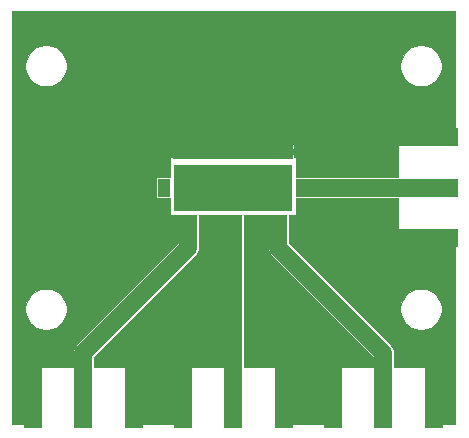
<source format=gbr>
G04 #@! TF.GenerationSoftware,KiCad,Pcbnew,(5.1.12)-1*
G04 #@! TF.CreationDate,2021-12-16T09:04:57-06:00*
G04 #@! TF.ProjectId,UTCPW_MountingBoard,55544350-575f-44d6-9f75-6e74696e6742,rev?*
G04 #@! TF.SameCoordinates,Original*
G04 #@! TF.FileFunction,Copper,L1,Top*
G04 #@! TF.FilePolarity,Positive*
%FSLAX46Y46*%
G04 Gerber Fmt 4.6, Leading zero omitted, Abs format (unit mm)*
G04 Created by KiCad (PCBNEW (5.1.12)-1) date 2021-12-16 09:04:57*
%MOMM*%
%LPD*%
G01*
G04 APERTURE LIST*
G04 #@! TA.AperFunction,SMDPad,CuDef*
%ADD10R,10.160000X1.200000*%
G04 #@! TD*
G04 #@! TA.AperFunction,SMDPad,CuDef*
%ADD11R,1.100000X1.500000*%
G04 #@! TD*
G04 #@! TA.AperFunction,SMDPad,CuDef*
%ADD12R,1.500000X1.100000*%
G04 #@! TD*
G04 #@! TA.AperFunction,SMDPad,CuDef*
%ADD13R,10.000000X4.000000*%
G04 #@! TD*
G04 #@! TA.AperFunction,SMDPad,CuDef*
%ADD14R,5.080000X1.500000*%
G04 #@! TD*
G04 #@! TA.AperFunction,SMDPad,CuDef*
%ADD15R,1.500000X5.080000*%
G04 #@! TD*
G04 #@! TA.AperFunction,Conductor*
%ADD16C,1.500000*%
G04 #@! TD*
G04 #@! TA.AperFunction,Conductor*
%ADD17C,0.050800*%
G04 #@! TD*
G04 #@! TA.AperFunction,Conductor*
%ADD18C,0.100000*%
G04 #@! TD*
G04 APERTURE END LIST*
D10*
G04 #@! TO.P,U1,6*
G04 #@! TO.N,/GND*
X127000000Y-98552000D03*
D11*
G04 #@! TO.P,U1,5*
G04 #@! TO.N,/Dev5*
X132842000Y-101600000D03*
G04 #@! TO.P,U1,1*
G04 #@! TO.N,/Dev1*
X121158000Y-101600000D03*
D12*
G04 #@! TO.P,U1,4*
G04 #@! TO.N,/Dev4*
X130810000Y-104444800D03*
G04 #@! TO.P,U1,3*
G04 #@! TO.N,/Dev3*
X127000000Y-104444800D03*
G04 #@! TO.P,U1,2*
G04 #@! TO.N,/Dev2*
X123190000Y-104444800D03*
D13*
G04 #@! TO.P,U1,*
G04 #@! TO.N,*
X127000000Y-101600000D03*
G04 #@! TD*
D14*
G04 #@! TO.P,REF\u002A\u002A,2*
G04 #@! TO.N,/GND*
X143510000Y-105850000D03*
X143510000Y-97350000D03*
G04 #@! TO.P,REF\u002A\u002A,1*
G04 #@! TO.N,/Dev5*
X143510000Y-101600000D03*
G04 #@! TD*
D15*
G04 #@! TO.P,REF\u002A\u002A,2*
G04 #@! TO.N,/GND*
X135450000Y-119380000D03*
X143950000Y-119380000D03*
G04 #@! TO.P,REF\u002A\u002A,1*
G04 #@! TO.N,/Dev4*
X139700000Y-119380000D03*
G04 #@! TD*
G04 #@! TO.P,REF\u002A\u002A,2*
G04 #@! TO.N,/GND*
X122750000Y-119380000D03*
X131250000Y-119380000D03*
G04 #@! TO.P,REF\u002A\u002A,1*
G04 #@! TO.N,/Dev3*
X127000000Y-119380000D03*
G04 #@! TD*
G04 #@! TO.P,REF\u002A\u002A,1*
G04 #@! TO.N,/Dev2*
X114300000Y-119380000D03*
G04 #@! TO.P,REF\u002A\u002A,2*
G04 #@! TO.N,/GND*
X118550000Y-119380000D03*
X110050000Y-119380000D03*
G04 #@! TD*
D16*
G04 #@! TO.N,/Dev2*
X123190000Y-104902000D02*
X123190000Y-106680000D01*
X123190000Y-106680000D02*
X114300000Y-115570000D01*
X114300000Y-115570000D02*
X114300000Y-119380000D01*
G04 #@! TO.N,/Dev3*
X127000000Y-104902000D02*
X127000000Y-119736000D01*
G04 #@! TO.N,/Dev4*
X130810000Y-104902000D02*
X130810000Y-106680000D01*
X130810000Y-106680000D02*
X139700000Y-115570000D01*
X139700000Y-115570000D02*
X139700000Y-119380000D01*
G04 #@! TO.N,/Dev5*
X143914000Y-101600000D02*
X133350000Y-101600000D01*
G04 #@! TD*
D17*
G04 #@! TO.N,/GND*
X145770600Y-96574492D02*
X143744950Y-96574600D01*
X143738600Y-96580950D01*
X143738600Y-97121400D01*
X143758600Y-97121400D01*
X143758600Y-97578600D01*
X143738600Y-97578600D01*
X143738600Y-97598600D01*
X143281400Y-97598600D01*
X143281400Y-97578600D01*
X140950950Y-97578600D01*
X140944600Y-97584950D01*
X140944477Y-98100000D01*
X140944600Y-98101250D01*
X140944600Y-100697600D01*
X133399484Y-100697600D01*
X133392000Y-100696863D01*
X132321300Y-100696863D01*
X132321300Y-99060000D01*
X132320812Y-99055045D01*
X132319367Y-99050280D01*
X132317019Y-99045889D01*
X132313861Y-99042039D01*
X132310011Y-99038881D01*
X132305620Y-99036533D01*
X132300855Y-99035088D01*
X132295900Y-99034600D01*
X132105483Y-99034600D01*
X132105400Y-98786950D01*
X132099050Y-98780600D01*
X127228600Y-98780600D01*
X127228600Y-98800600D01*
X126771400Y-98800600D01*
X126771400Y-98780600D01*
X121900950Y-98780600D01*
X121894600Y-98786950D01*
X121894517Y-99034600D01*
X121691400Y-99034600D01*
X121686445Y-99035088D01*
X121681680Y-99036533D01*
X121677289Y-99038881D01*
X121673439Y-99042039D01*
X121670281Y-99045889D01*
X121667933Y-99050280D01*
X121666488Y-99055045D01*
X121666000Y-99060000D01*
X121666000Y-100696863D01*
X120608000Y-100696863D01*
X120578124Y-100699805D01*
X120549397Y-100708520D01*
X120522922Y-100722671D01*
X120499716Y-100741716D01*
X120480671Y-100764922D01*
X120466520Y-100791397D01*
X120457805Y-100820124D01*
X120454863Y-100850000D01*
X120454863Y-102350000D01*
X120457805Y-102379876D01*
X120466520Y-102408603D01*
X120480671Y-102435078D01*
X120499716Y-102458284D01*
X120522922Y-102477329D01*
X120549397Y-102491480D01*
X120578124Y-102500195D01*
X120608000Y-102503137D01*
X121666000Y-102503137D01*
X121666000Y-103898700D01*
X121666488Y-103903655D01*
X121667933Y-103908420D01*
X121670281Y-103912811D01*
X121673439Y-103916661D01*
X121677289Y-103919819D01*
X121681680Y-103922167D01*
X121686445Y-103923612D01*
X121691400Y-103924100D01*
X122286863Y-103924100D01*
X122286863Y-104994800D01*
X122287600Y-105002285D01*
X122287601Y-106306213D01*
X113693256Y-114900559D01*
X113658820Y-114928820D01*
X113630563Y-114963252D01*
X113630562Y-114963253D01*
X113546052Y-115066228D01*
X113501263Y-115150023D01*
X113462257Y-115222997D01*
X113410657Y-115393100D01*
X113397600Y-115525672D01*
X113397600Y-115525681D01*
X113393235Y-115570000D01*
X113397600Y-115614319D01*
X113397600Y-116814600D01*
X110801250Y-116814600D01*
X110800000Y-116814477D01*
X110284950Y-116814600D01*
X110278600Y-116820950D01*
X110278600Y-119151400D01*
X110298600Y-119151400D01*
X110298600Y-119608600D01*
X110278600Y-119608600D01*
X110278600Y-119628600D01*
X109821400Y-119628600D01*
X109821400Y-119608600D01*
X109280950Y-119608600D01*
X109274600Y-119614950D01*
X109274492Y-121640600D01*
X108229400Y-121640600D01*
X108229400Y-116840000D01*
X109274477Y-116840000D01*
X109274600Y-119145050D01*
X109280950Y-119151400D01*
X109821400Y-119151400D01*
X109821400Y-116820950D01*
X109815050Y-116814600D01*
X109300000Y-116814477D01*
X109295021Y-116814967D01*
X109290233Y-116816420D01*
X109285820Y-116818778D01*
X109281953Y-116821953D01*
X109278778Y-116825820D01*
X109276420Y-116830233D01*
X109274967Y-116835021D01*
X109274477Y-116840000D01*
X108229400Y-116840000D01*
X108229400Y-111739804D01*
X109372600Y-111739804D01*
X109372600Y-112084996D01*
X109439944Y-112423556D01*
X109572043Y-112742473D01*
X109763822Y-113029490D01*
X110007910Y-113273578D01*
X110294927Y-113465357D01*
X110613844Y-113597456D01*
X110952404Y-113664800D01*
X111297596Y-113664800D01*
X111636156Y-113597456D01*
X111955073Y-113465357D01*
X112242090Y-113273578D01*
X112486178Y-113029490D01*
X112677957Y-112742473D01*
X112810056Y-112423556D01*
X112877400Y-112084996D01*
X112877400Y-111739804D01*
X112810056Y-111401244D01*
X112677957Y-111082327D01*
X112486178Y-110795310D01*
X112242090Y-110551222D01*
X111955073Y-110359443D01*
X111636156Y-110227344D01*
X111297596Y-110160000D01*
X110952404Y-110160000D01*
X110613844Y-110227344D01*
X110294927Y-110359443D01*
X110007910Y-110551222D01*
X109763822Y-110795310D01*
X109572043Y-111082327D01*
X109439944Y-111401244D01*
X109372600Y-111739804D01*
X108229400Y-111739804D01*
X108229400Y-97952000D01*
X121894477Y-97952000D01*
X121894600Y-98317050D01*
X121900950Y-98323400D01*
X126771400Y-98323400D01*
X126771400Y-97932950D01*
X127228600Y-97932950D01*
X127228600Y-98323400D01*
X132099050Y-98323400D01*
X132105400Y-98317050D01*
X132105523Y-97952000D01*
X132105033Y-97947021D01*
X132103580Y-97942233D01*
X132101222Y-97937820D01*
X132098047Y-97933953D01*
X132094180Y-97930778D01*
X132089767Y-97928420D01*
X132084979Y-97926967D01*
X132080000Y-97926477D01*
X127234950Y-97926600D01*
X127228600Y-97932950D01*
X126771400Y-97932950D01*
X126765050Y-97926600D01*
X121920000Y-97926477D01*
X121915021Y-97926967D01*
X121910233Y-97928420D01*
X121905820Y-97930778D01*
X121901953Y-97933953D01*
X121898778Y-97937820D01*
X121896420Y-97942233D01*
X121894967Y-97947021D01*
X121894477Y-97952000D01*
X108229400Y-97952000D01*
X108229400Y-96600000D01*
X140944477Y-96600000D01*
X140944600Y-97115050D01*
X140950950Y-97121400D01*
X143281400Y-97121400D01*
X143281400Y-96580950D01*
X143275050Y-96574600D01*
X140970000Y-96574477D01*
X140965021Y-96574967D01*
X140960233Y-96576420D01*
X140955820Y-96578778D01*
X140951953Y-96581953D01*
X140948778Y-96585820D01*
X140946420Y-96590233D01*
X140944967Y-96595021D01*
X140944477Y-96600000D01*
X108229400Y-96600000D01*
X108229400Y-91115004D01*
X109372600Y-91115004D01*
X109372600Y-91460196D01*
X109439944Y-91798756D01*
X109572043Y-92117673D01*
X109763822Y-92404690D01*
X110007910Y-92648778D01*
X110294927Y-92840557D01*
X110613844Y-92972656D01*
X110952404Y-93040000D01*
X111297596Y-93040000D01*
X111636156Y-92972656D01*
X111955073Y-92840557D01*
X112242090Y-92648778D01*
X112486178Y-92404690D01*
X112677957Y-92117673D01*
X112810056Y-91798756D01*
X112877400Y-91460196D01*
X112877400Y-91115004D01*
X141122600Y-91115004D01*
X141122600Y-91460196D01*
X141189944Y-91798756D01*
X141322043Y-92117673D01*
X141513822Y-92404690D01*
X141757910Y-92648778D01*
X142044927Y-92840557D01*
X142363844Y-92972656D01*
X142702404Y-93040000D01*
X143047596Y-93040000D01*
X143386156Y-92972656D01*
X143705073Y-92840557D01*
X143992090Y-92648778D01*
X144236178Y-92404690D01*
X144427957Y-92117673D01*
X144560056Y-91798756D01*
X144627400Y-91460196D01*
X144627400Y-91115004D01*
X144560056Y-90776444D01*
X144427957Y-90457527D01*
X144236178Y-90170510D01*
X143992090Y-89926422D01*
X143705073Y-89734643D01*
X143386156Y-89602544D01*
X143047596Y-89535200D01*
X142702404Y-89535200D01*
X142363844Y-89602544D01*
X142044927Y-89734643D01*
X141757910Y-89926422D01*
X141513822Y-90170510D01*
X141322043Y-90457527D01*
X141189944Y-90776444D01*
X141122600Y-91115004D01*
X112877400Y-91115004D01*
X112810056Y-90776444D01*
X112677957Y-90457527D01*
X112486178Y-90170510D01*
X112242090Y-89926422D01*
X111955073Y-89734643D01*
X111636156Y-89602544D01*
X111297596Y-89535200D01*
X110952404Y-89535200D01*
X110613844Y-89602544D01*
X110294927Y-89734643D01*
X110007910Y-89926422D01*
X109763822Y-90170510D01*
X109572043Y-90457527D01*
X109439944Y-90776444D01*
X109372600Y-91115004D01*
X108229400Y-91115004D01*
X108229400Y-86639400D01*
X145770600Y-86639400D01*
X145770600Y-96574492D01*
G04 #@! TA.AperFunction,Conductor*
D18*
G36*
X145770600Y-96574492D02*
G01*
X143744950Y-96574600D01*
X143738600Y-96580950D01*
X143738600Y-97121400D01*
X143758600Y-97121400D01*
X143758600Y-97578600D01*
X143738600Y-97578600D01*
X143738600Y-97598600D01*
X143281400Y-97598600D01*
X143281400Y-97578600D01*
X140950950Y-97578600D01*
X140944600Y-97584950D01*
X140944477Y-98100000D01*
X140944600Y-98101250D01*
X140944600Y-100697600D01*
X133399484Y-100697600D01*
X133392000Y-100696863D01*
X132321300Y-100696863D01*
X132321300Y-99060000D01*
X132320812Y-99055045D01*
X132319367Y-99050280D01*
X132317019Y-99045889D01*
X132313861Y-99042039D01*
X132310011Y-99038881D01*
X132305620Y-99036533D01*
X132300855Y-99035088D01*
X132295900Y-99034600D01*
X132105483Y-99034600D01*
X132105400Y-98786950D01*
X132099050Y-98780600D01*
X127228600Y-98780600D01*
X127228600Y-98800600D01*
X126771400Y-98800600D01*
X126771400Y-98780600D01*
X121900950Y-98780600D01*
X121894600Y-98786950D01*
X121894517Y-99034600D01*
X121691400Y-99034600D01*
X121686445Y-99035088D01*
X121681680Y-99036533D01*
X121677289Y-99038881D01*
X121673439Y-99042039D01*
X121670281Y-99045889D01*
X121667933Y-99050280D01*
X121666488Y-99055045D01*
X121666000Y-99060000D01*
X121666000Y-100696863D01*
X120608000Y-100696863D01*
X120578124Y-100699805D01*
X120549397Y-100708520D01*
X120522922Y-100722671D01*
X120499716Y-100741716D01*
X120480671Y-100764922D01*
X120466520Y-100791397D01*
X120457805Y-100820124D01*
X120454863Y-100850000D01*
X120454863Y-102350000D01*
X120457805Y-102379876D01*
X120466520Y-102408603D01*
X120480671Y-102435078D01*
X120499716Y-102458284D01*
X120522922Y-102477329D01*
X120549397Y-102491480D01*
X120578124Y-102500195D01*
X120608000Y-102503137D01*
X121666000Y-102503137D01*
X121666000Y-103898700D01*
X121666488Y-103903655D01*
X121667933Y-103908420D01*
X121670281Y-103912811D01*
X121673439Y-103916661D01*
X121677289Y-103919819D01*
X121681680Y-103922167D01*
X121686445Y-103923612D01*
X121691400Y-103924100D01*
X122286863Y-103924100D01*
X122286863Y-104994800D01*
X122287600Y-105002285D01*
X122287601Y-106306213D01*
X113693256Y-114900559D01*
X113658820Y-114928820D01*
X113630563Y-114963252D01*
X113630562Y-114963253D01*
X113546052Y-115066228D01*
X113501263Y-115150023D01*
X113462257Y-115222997D01*
X113410657Y-115393100D01*
X113397600Y-115525672D01*
X113397600Y-115525681D01*
X113393235Y-115570000D01*
X113397600Y-115614319D01*
X113397600Y-116814600D01*
X110801250Y-116814600D01*
X110800000Y-116814477D01*
X110284950Y-116814600D01*
X110278600Y-116820950D01*
X110278600Y-119151400D01*
X110298600Y-119151400D01*
X110298600Y-119608600D01*
X110278600Y-119608600D01*
X110278600Y-119628600D01*
X109821400Y-119628600D01*
X109821400Y-119608600D01*
X109280950Y-119608600D01*
X109274600Y-119614950D01*
X109274492Y-121640600D01*
X108229400Y-121640600D01*
X108229400Y-116840000D01*
X109274477Y-116840000D01*
X109274600Y-119145050D01*
X109280950Y-119151400D01*
X109821400Y-119151400D01*
X109821400Y-116820950D01*
X109815050Y-116814600D01*
X109300000Y-116814477D01*
X109295021Y-116814967D01*
X109290233Y-116816420D01*
X109285820Y-116818778D01*
X109281953Y-116821953D01*
X109278778Y-116825820D01*
X109276420Y-116830233D01*
X109274967Y-116835021D01*
X109274477Y-116840000D01*
X108229400Y-116840000D01*
X108229400Y-111739804D01*
X109372600Y-111739804D01*
X109372600Y-112084996D01*
X109439944Y-112423556D01*
X109572043Y-112742473D01*
X109763822Y-113029490D01*
X110007910Y-113273578D01*
X110294927Y-113465357D01*
X110613844Y-113597456D01*
X110952404Y-113664800D01*
X111297596Y-113664800D01*
X111636156Y-113597456D01*
X111955073Y-113465357D01*
X112242090Y-113273578D01*
X112486178Y-113029490D01*
X112677957Y-112742473D01*
X112810056Y-112423556D01*
X112877400Y-112084996D01*
X112877400Y-111739804D01*
X112810056Y-111401244D01*
X112677957Y-111082327D01*
X112486178Y-110795310D01*
X112242090Y-110551222D01*
X111955073Y-110359443D01*
X111636156Y-110227344D01*
X111297596Y-110160000D01*
X110952404Y-110160000D01*
X110613844Y-110227344D01*
X110294927Y-110359443D01*
X110007910Y-110551222D01*
X109763822Y-110795310D01*
X109572043Y-111082327D01*
X109439944Y-111401244D01*
X109372600Y-111739804D01*
X108229400Y-111739804D01*
X108229400Y-97952000D01*
X121894477Y-97952000D01*
X121894600Y-98317050D01*
X121900950Y-98323400D01*
X126771400Y-98323400D01*
X126771400Y-97932950D01*
X127228600Y-97932950D01*
X127228600Y-98323400D01*
X132099050Y-98323400D01*
X132105400Y-98317050D01*
X132105523Y-97952000D01*
X132105033Y-97947021D01*
X132103580Y-97942233D01*
X132101222Y-97937820D01*
X132098047Y-97933953D01*
X132094180Y-97930778D01*
X132089767Y-97928420D01*
X132084979Y-97926967D01*
X132080000Y-97926477D01*
X127234950Y-97926600D01*
X127228600Y-97932950D01*
X126771400Y-97932950D01*
X126765050Y-97926600D01*
X121920000Y-97926477D01*
X121915021Y-97926967D01*
X121910233Y-97928420D01*
X121905820Y-97930778D01*
X121901953Y-97933953D01*
X121898778Y-97937820D01*
X121896420Y-97942233D01*
X121894967Y-97947021D01*
X121894477Y-97952000D01*
X108229400Y-97952000D01*
X108229400Y-96600000D01*
X140944477Y-96600000D01*
X140944600Y-97115050D01*
X140950950Y-97121400D01*
X143281400Y-97121400D01*
X143281400Y-96580950D01*
X143275050Y-96574600D01*
X140970000Y-96574477D01*
X140965021Y-96574967D01*
X140960233Y-96576420D01*
X140955820Y-96578778D01*
X140951953Y-96581953D01*
X140948778Y-96585820D01*
X140946420Y-96590233D01*
X140944967Y-96595021D01*
X140944477Y-96600000D01*
X108229400Y-96600000D01*
X108229400Y-91115004D01*
X109372600Y-91115004D01*
X109372600Y-91460196D01*
X109439944Y-91798756D01*
X109572043Y-92117673D01*
X109763822Y-92404690D01*
X110007910Y-92648778D01*
X110294927Y-92840557D01*
X110613844Y-92972656D01*
X110952404Y-93040000D01*
X111297596Y-93040000D01*
X111636156Y-92972656D01*
X111955073Y-92840557D01*
X112242090Y-92648778D01*
X112486178Y-92404690D01*
X112677957Y-92117673D01*
X112810056Y-91798756D01*
X112877400Y-91460196D01*
X112877400Y-91115004D01*
X141122600Y-91115004D01*
X141122600Y-91460196D01*
X141189944Y-91798756D01*
X141322043Y-92117673D01*
X141513822Y-92404690D01*
X141757910Y-92648778D01*
X142044927Y-92840557D01*
X142363844Y-92972656D01*
X142702404Y-93040000D01*
X143047596Y-93040000D01*
X143386156Y-92972656D01*
X143705073Y-92840557D01*
X143992090Y-92648778D01*
X144236178Y-92404690D01*
X144427957Y-92117673D01*
X144560056Y-91798756D01*
X144627400Y-91460196D01*
X144627400Y-91115004D01*
X144560056Y-90776444D01*
X144427957Y-90457527D01*
X144236178Y-90170510D01*
X143992090Y-89926422D01*
X143705073Y-89734643D01*
X143386156Y-89602544D01*
X143047596Y-89535200D01*
X142702404Y-89535200D01*
X142363844Y-89602544D01*
X142044927Y-89734643D01*
X141757910Y-89926422D01*
X141513822Y-90170510D01*
X141322043Y-90457527D01*
X141189944Y-90776444D01*
X141122600Y-91115004D01*
X112877400Y-91115004D01*
X112810056Y-90776444D01*
X112677957Y-90457527D01*
X112486178Y-90170510D01*
X112242090Y-89926422D01*
X111955073Y-89734643D01*
X111636156Y-89602544D01*
X111297596Y-89535200D01*
X110952404Y-89535200D01*
X110613844Y-89602544D01*
X110294927Y-89734643D01*
X110007910Y-89926422D01*
X109763822Y-90170510D01*
X109572043Y-90457527D01*
X109439944Y-90776444D01*
X109372600Y-91115004D01*
X108229400Y-91115004D01*
X108229400Y-86639400D01*
X145770600Y-86639400D01*
X145770600Y-96574492D01*
G37*
G04 #@! TD.AperFunction*
G04 #@! TD*
D17*
G04 #@! TO.N,/GND*
X140944600Y-105098750D02*
X140944477Y-105100000D01*
X140944600Y-105615050D01*
X140950950Y-105621400D01*
X143281400Y-105621400D01*
X143281400Y-105601400D01*
X143738600Y-105601400D01*
X143738600Y-105621400D01*
X143758600Y-105621400D01*
X143758600Y-106078600D01*
X143738600Y-106078600D01*
X143738600Y-106619050D01*
X143744950Y-106625400D01*
X145770600Y-106625508D01*
X145770600Y-121640600D01*
X144725508Y-121640600D01*
X144725400Y-119614950D01*
X144719050Y-119608600D01*
X144178600Y-119608600D01*
X144178600Y-119628600D01*
X143721400Y-119628600D01*
X143721400Y-119608600D01*
X143701400Y-119608600D01*
X143701400Y-119151400D01*
X143721400Y-119151400D01*
X143721400Y-116820950D01*
X144178600Y-116820950D01*
X144178600Y-119151400D01*
X144719050Y-119151400D01*
X144725400Y-119145050D01*
X144725523Y-116840000D01*
X144725033Y-116835021D01*
X144723580Y-116830233D01*
X144721222Y-116825820D01*
X144718047Y-116821953D01*
X144714180Y-116818778D01*
X144709767Y-116816420D01*
X144704979Y-116814967D01*
X144700000Y-116814477D01*
X144184950Y-116814600D01*
X144178600Y-116820950D01*
X143721400Y-116820950D01*
X143715050Y-116814600D01*
X143200000Y-116814477D01*
X143198750Y-116814600D01*
X140602400Y-116814600D01*
X140602400Y-115614319D01*
X140606765Y-115570000D01*
X140602400Y-115525681D01*
X140602400Y-115525671D01*
X140589343Y-115393099D01*
X140537743Y-115222996D01*
X140453949Y-115066229D01*
X140453948Y-115066227D01*
X140369438Y-114963252D01*
X140369436Y-114963250D01*
X140341180Y-114928820D01*
X140306751Y-114900565D01*
X137145990Y-111739804D01*
X141122600Y-111739804D01*
X141122600Y-112084996D01*
X141189944Y-112423556D01*
X141322043Y-112742473D01*
X141513822Y-113029490D01*
X141757910Y-113273578D01*
X142044927Y-113465357D01*
X142363844Y-113597456D01*
X142702404Y-113664800D01*
X143047596Y-113664800D01*
X143386156Y-113597456D01*
X143705073Y-113465357D01*
X143992090Y-113273578D01*
X144236178Y-113029490D01*
X144427957Y-112742473D01*
X144560056Y-112423556D01*
X144627400Y-112084996D01*
X144627400Y-111739804D01*
X144560056Y-111401244D01*
X144427957Y-111082327D01*
X144236178Y-110795310D01*
X143992090Y-110551222D01*
X143705073Y-110359443D01*
X143386156Y-110227344D01*
X143047596Y-110160000D01*
X142702404Y-110160000D01*
X142363844Y-110227344D01*
X142044927Y-110359443D01*
X141757910Y-110551222D01*
X141513822Y-110795310D01*
X141322043Y-111082327D01*
X141189944Y-111401244D01*
X141122600Y-111739804D01*
X137145990Y-111739804D01*
X132006186Y-106600000D01*
X140944477Y-106600000D01*
X140944967Y-106604979D01*
X140946420Y-106609767D01*
X140948778Y-106614180D01*
X140951953Y-106618047D01*
X140955820Y-106621222D01*
X140960233Y-106623580D01*
X140965021Y-106625033D01*
X140970000Y-106625523D01*
X143275050Y-106625400D01*
X143281400Y-106619050D01*
X143281400Y-106078600D01*
X140950950Y-106078600D01*
X140944600Y-106084950D01*
X140944477Y-106600000D01*
X132006186Y-106600000D01*
X131712400Y-106306215D01*
X131712400Y-105002284D01*
X131713137Y-104994800D01*
X131713137Y-103924100D01*
X132295900Y-103924100D01*
X132300855Y-103923612D01*
X132305620Y-103922167D01*
X132310011Y-103919819D01*
X132313861Y-103916661D01*
X132317019Y-103912811D01*
X132319367Y-103908420D01*
X132320812Y-103903655D01*
X132321300Y-103898700D01*
X132321300Y-102503137D01*
X133392000Y-102503137D01*
X133399484Y-102502400D01*
X140944600Y-102502400D01*
X140944600Y-105098750D01*
G04 #@! TA.AperFunction,Conductor*
D18*
G36*
X140944600Y-105098750D02*
G01*
X140944477Y-105100000D01*
X140944600Y-105615050D01*
X140950950Y-105621400D01*
X143281400Y-105621400D01*
X143281400Y-105601400D01*
X143738600Y-105601400D01*
X143738600Y-105621400D01*
X143758600Y-105621400D01*
X143758600Y-106078600D01*
X143738600Y-106078600D01*
X143738600Y-106619050D01*
X143744950Y-106625400D01*
X145770600Y-106625508D01*
X145770600Y-121640600D01*
X144725508Y-121640600D01*
X144725400Y-119614950D01*
X144719050Y-119608600D01*
X144178600Y-119608600D01*
X144178600Y-119628600D01*
X143721400Y-119628600D01*
X143721400Y-119608600D01*
X143701400Y-119608600D01*
X143701400Y-119151400D01*
X143721400Y-119151400D01*
X143721400Y-116820950D01*
X144178600Y-116820950D01*
X144178600Y-119151400D01*
X144719050Y-119151400D01*
X144725400Y-119145050D01*
X144725523Y-116840000D01*
X144725033Y-116835021D01*
X144723580Y-116830233D01*
X144721222Y-116825820D01*
X144718047Y-116821953D01*
X144714180Y-116818778D01*
X144709767Y-116816420D01*
X144704979Y-116814967D01*
X144700000Y-116814477D01*
X144184950Y-116814600D01*
X144178600Y-116820950D01*
X143721400Y-116820950D01*
X143715050Y-116814600D01*
X143200000Y-116814477D01*
X143198750Y-116814600D01*
X140602400Y-116814600D01*
X140602400Y-115614319D01*
X140606765Y-115570000D01*
X140602400Y-115525681D01*
X140602400Y-115525671D01*
X140589343Y-115393099D01*
X140537743Y-115222996D01*
X140453949Y-115066229D01*
X140453948Y-115066227D01*
X140369438Y-114963252D01*
X140369436Y-114963250D01*
X140341180Y-114928820D01*
X140306751Y-114900565D01*
X137145990Y-111739804D01*
X141122600Y-111739804D01*
X141122600Y-112084996D01*
X141189944Y-112423556D01*
X141322043Y-112742473D01*
X141513822Y-113029490D01*
X141757910Y-113273578D01*
X142044927Y-113465357D01*
X142363844Y-113597456D01*
X142702404Y-113664800D01*
X143047596Y-113664800D01*
X143386156Y-113597456D01*
X143705073Y-113465357D01*
X143992090Y-113273578D01*
X144236178Y-113029490D01*
X144427957Y-112742473D01*
X144560056Y-112423556D01*
X144627400Y-112084996D01*
X144627400Y-111739804D01*
X144560056Y-111401244D01*
X144427957Y-111082327D01*
X144236178Y-110795310D01*
X143992090Y-110551222D01*
X143705073Y-110359443D01*
X143386156Y-110227344D01*
X143047596Y-110160000D01*
X142702404Y-110160000D01*
X142363844Y-110227344D01*
X142044927Y-110359443D01*
X141757910Y-110551222D01*
X141513822Y-110795310D01*
X141322043Y-111082327D01*
X141189944Y-111401244D01*
X141122600Y-111739804D01*
X137145990Y-111739804D01*
X132006186Y-106600000D01*
X140944477Y-106600000D01*
X140944967Y-106604979D01*
X140946420Y-106609767D01*
X140948778Y-106614180D01*
X140951953Y-106618047D01*
X140955820Y-106621222D01*
X140960233Y-106623580D01*
X140965021Y-106625033D01*
X140970000Y-106625523D01*
X143275050Y-106625400D01*
X143281400Y-106619050D01*
X143281400Y-106078600D01*
X140950950Y-106078600D01*
X140944600Y-106084950D01*
X140944477Y-106600000D01*
X132006186Y-106600000D01*
X131712400Y-106306215D01*
X131712400Y-105002284D01*
X131713137Y-104994800D01*
X131713137Y-103924100D01*
X132295900Y-103924100D01*
X132300855Y-103923612D01*
X132305620Y-103922167D01*
X132310011Y-103919819D01*
X132313861Y-103916661D01*
X132317019Y-103912811D01*
X132319367Y-103908420D01*
X132320812Y-103903655D01*
X132321300Y-103898700D01*
X132321300Y-102503137D01*
X133392000Y-102503137D01*
X133399484Y-102502400D01*
X140944600Y-102502400D01*
X140944600Y-105098750D01*
G37*
G04 #@! TD.AperFunction*
G04 #@! TD*
D17*
G04 #@! TO.N,/GND*
X129906863Y-104994800D02*
X129907600Y-105002285D01*
X129907601Y-106635671D01*
X129903235Y-106680000D01*
X129920658Y-106856901D01*
X129972258Y-107027004D01*
X130056052Y-107183772D01*
X130140562Y-107286747D01*
X130140563Y-107286748D01*
X130168821Y-107321180D01*
X130203251Y-107349436D01*
X138797600Y-115943786D01*
X138797600Y-116814600D01*
X136201250Y-116814600D01*
X136200000Y-116814477D01*
X135684950Y-116814600D01*
X135678600Y-116820950D01*
X135678600Y-119151400D01*
X135698600Y-119151400D01*
X135698600Y-119608600D01*
X135678600Y-119608600D01*
X135678600Y-119628600D01*
X135221400Y-119628600D01*
X135221400Y-119608600D01*
X134680950Y-119608600D01*
X134674600Y-119614950D01*
X134674492Y-121640600D01*
X132025508Y-121640600D01*
X132025400Y-119614950D01*
X132019050Y-119608600D01*
X131478600Y-119608600D01*
X131478600Y-119628600D01*
X131021400Y-119628600D01*
X131021400Y-119608600D01*
X131001400Y-119608600D01*
X131001400Y-119151400D01*
X131021400Y-119151400D01*
X131021400Y-116820950D01*
X131478600Y-116820950D01*
X131478600Y-119151400D01*
X132019050Y-119151400D01*
X132025400Y-119145050D01*
X132025523Y-116840000D01*
X134674477Y-116840000D01*
X134674600Y-119145050D01*
X134680950Y-119151400D01*
X135221400Y-119151400D01*
X135221400Y-116820950D01*
X135215050Y-116814600D01*
X134700000Y-116814477D01*
X134695021Y-116814967D01*
X134690233Y-116816420D01*
X134685820Y-116818778D01*
X134681953Y-116821953D01*
X134678778Y-116825820D01*
X134676420Y-116830233D01*
X134674967Y-116835021D01*
X134674477Y-116840000D01*
X132025523Y-116840000D01*
X132025033Y-116835021D01*
X132023580Y-116830233D01*
X132021222Y-116825820D01*
X132018047Y-116821953D01*
X132014180Y-116818778D01*
X132009767Y-116816420D01*
X132004979Y-116814967D01*
X132000000Y-116814477D01*
X131484950Y-116814600D01*
X131478600Y-116820950D01*
X131021400Y-116820950D01*
X131015050Y-116814600D01*
X130500000Y-116814477D01*
X130498750Y-116814600D01*
X127902400Y-116814600D01*
X127902400Y-105002284D01*
X127903137Y-104994800D01*
X127903137Y-103924100D01*
X129906863Y-103924100D01*
X129906863Y-104994800D01*
G04 #@! TA.AperFunction,Conductor*
D18*
G36*
X129906863Y-104994800D02*
G01*
X129907600Y-105002285D01*
X129907601Y-106635671D01*
X129903235Y-106680000D01*
X129920658Y-106856901D01*
X129972258Y-107027004D01*
X130056052Y-107183772D01*
X130140562Y-107286747D01*
X130140563Y-107286748D01*
X130168821Y-107321180D01*
X130203251Y-107349436D01*
X138797600Y-115943786D01*
X138797600Y-116814600D01*
X136201250Y-116814600D01*
X136200000Y-116814477D01*
X135684950Y-116814600D01*
X135678600Y-116820950D01*
X135678600Y-119151400D01*
X135698600Y-119151400D01*
X135698600Y-119608600D01*
X135678600Y-119608600D01*
X135678600Y-119628600D01*
X135221400Y-119628600D01*
X135221400Y-119608600D01*
X134680950Y-119608600D01*
X134674600Y-119614950D01*
X134674492Y-121640600D01*
X132025508Y-121640600D01*
X132025400Y-119614950D01*
X132019050Y-119608600D01*
X131478600Y-119608600D01*
X131478600Y-119628600D01*
X131021400Y-119628600D01*
X131021400Y-119608600D01*
X131001400Y-119608600D01*
X131001400Y-119151400D01*
X131021400Y-119151400D01*
X131021400Y-116820950D01*
X131478600Y-116820950D01*
X131478600Y-119151400D01*
X132019050Y-119151400D01*
X132025400Y-119145050D01*
X132025523Y-116840000D01*
X134674477Y-116840000D01*
X134674600Y-119145050D01*
X134680950Y-119151400D01*
X135221400Y-119151400D01*
X135221400Y-116820950D01*
X135215050Y-116814600D01*
X134700000Y-116814477D01*
X134695021Y-116814967D01*
X134690233Y-116816420D01*
X134685820Y-116818778D01*
X134681953Y-116821953D01*
X134678778Y-116825820D01*
X134676420Y-116830233D01*
X134674967Y-116835021D01*
X134674477Y-116840000D01*
X132025523Y-116840000D01*
X132025033Y-116835021D01*
X132023580Y-116830233D01*
X132021222Y-116825820D01*
X132018047Y-116821953D01*
X132014180Y-116818778D01*
X132009767Y-116816420D01*
X132004979Y-116814967D01*
X132000000Y-116814477D01*
X131484950Y-116814600D01*
X131478600Y-116820950D01*
X131021400Y-116820950D01*
X131015050Y-116814600D01*
X130500000Y-116814477D01*
X130498750Y-116814600D01*
X127902400Y-116814600D01*
X127902400Y-105002284D01*
X127903137Y-104994800D01*
X127903137Y-103924100D01*
X129906863Y-103924100D01*
X129906863Y-104994800D01*
G37*
G04 #@! TD.AperFunction*
D17*
X126096863Y-104994800D02*
X126097600Y-105002284D01*
X126097601Y-116814600D01*
X123501250Y-116814600D01*
X123500000Y-116814477D01*
X122984950Y-116814600D01*
X122978600Y-116820950D01*
X122978600Y-119151400D01*
X122998600Y-119151400D01*
X122998600Y-119608600D01*
X122978600Y-119608600D01*
X122978600Y-119628600D01*
X122521400Y-119628600D01*
X122521400Y-119608600D01*
X121980950Y-119608600D01*
X121974600Y-119614950D01*
X121974492Y-121640600D01*
X119325508Y-121640600D01*
X119325400Y-119614950D01*
X119319050Y-119608600D01*
X118778600Y-119608600D01*
X118778600Y-119628600D01*
X118321400Y-119628600D01*
X118321400Y-119608600D01*
X118301400Y-119608600D01*
X118301400Y-119151400D01*
X118321400Y-119151400D01*
X118321400Y-116820950D01*
X118778600Y-116820950D01*
X118778600Y-119151400D01*
X119319050Y-119151400D01*
X119325400Y-119145050D01*
X119325523Y-116840000D01*
X121974477Y-116840000D01*
X121974600Y-119145050D01*
X121980950Y-119151400D01*
X122521400Y-119151400D01*
X122521400Y-116820950D01*
X122515050Y-116814600D01*
X122000000Y-116814477D01*
X121995021Y-116814967D01*
X121990233Y-116816420D01*
X121985820Y-116818778D01*
X121981953Y-116821953D01*
X121978778Y-116825820D01*
X121976420Y-116830233D01*
X121974967Y-116835021D01*
X121974477Y-116840000D01*
X119325523Y-116840000D01*
X119325033Y-116835021D01*
X119323580Y-116830233D01*
X119321222Y-116825820D01*
X119318047Y-116821953D01*
X119314180Y-116818778D01*
X119309767Y-116816420D01*
X119304979Y-116814967D01*
X119300000Y-116814477D01*
X118784950Y-116814600D01*
X118778600Y-116820950D01*
X118321400Y-116820950D01*
X118315050Y-116814600D01*
X117800000Y-116814477D01*
X117798750Y-116814600D01*
X115202400Y-116814600D01*
X115202400Y-115943785D01*
X123796750Y-107349436D01*
X123831180Y-107321180D01*
X123859438Y-107286748D01*
X123943948Y-107183773D01*
X124027742Y-107027005D01*
X124027743Y-107027004D01*
X124079343Y-106856901D01*
X124092400Y-106724329D01*
X124092400Y-106724319D01*
X124096765Y-106680000D01*
X124092400Y-106635681D01*
X124092400Y-105002284D01*
X124093137Y-104994800D01*
X124093137Y-103924100D01*
X126096863Y-103924100D01*
X126096863Y-104994800D01*
G04 #@! TA.AperFunction,Conductor*
D18*
G36*
X126096863Y-104994800D02*
G01*
X126097600Y-105002284D01*
X126097601Y-116814600D01*
X123501250Y-116814600D01*
X123500000Y-116814477D01*
X122984950Y-116814600D01*
X122978600Y-116820950D01*
X122978600Y-119151400D01*
X122998600Y-119151400D01*
X122998600Y-119608600D01*
X122978600Y-119608600D01*
X122978600Y-119628600D01*
X122521400Y-119628600D01*
X122521400Y-119608600D01*
X121980950Y-119608600D01*
X121974600Y-119614950D01*
X121974492Y-121640600D01*
X119325508Y-121640600D01*
X119325400Y-119614950D01*
X119319050Y-119608600D01*
X118778600Y-119608600D01*
X118778600Y-119628600D01*
X118321400Y-119628600D01*
X118321400Y-119608600D01*
X118301400Y-119608600D01*
X118301400Y-119151400D01*
X118321400Y-119151400D01*
X118321400Y-116820950D01*
X118778600Y-116820950D01*
X118778600Y-119151400D01*
X119319050Y-119151400D01*
X119325400Y-119145050D01*
X119325523Y-116840000D01*
X121974477Y-116840000D01*
X121974600Y-119145050D01*
X121980950Y-119151400D01*
X122521400Y-119151400D01*
X122521400Y-116820950D01*
X122515050Y-116814600D01*
X122000000Y-116814477D01*
X121995021Y-116814967D01*
X121990233Y-116816420D01*
X121985820Y-116818778D01*
X121981953Y-116821953D01*
X121978778Y-116825820D01*
X121976420Y-116830233D01*
X121974967Y-116835021D01*
X121974477Y-116840000D01*
X119325523Y-116840000D01*
X119325033Y-116835021D01*
X119323580Y-116830233D01*
X119321222Y-116825820D01*
X119318047Y-116821953D01*
X119314180Y-116818778D01*
X119309767Y-116816420D01*
X119304979Y-116814967D01*
X119300000Y-116814477D01*
X118784950Y-116814600D01*
X118778600Y-116820950D01*
X118321400Y-116820950D01*
X118315050Y-116814600D01*
X117800000Y-116814477D01*
X117798750Y-116814600D01*
X115202400Y-116814600D01*
X115202400Y-115943785D01*
X123796750Y-107349436D01*
X123831180Y-107321180D01*
X123859438Y-107286748D01*
X123943948Y-107183773D01*
X124027742Y-107027005D01*
X124027743Y-107027004D01*
X124079343Y-106856901D01*
X124092400Y-106724329D01*
X124092400Y-106724319D01*
X124096765Y-106680000D01*
X124092400Y-106635681D01*
X124092400Y-105002284D01*
X124093137Y-104994800D01*
X124093137Y-103924100D01*
X126096863Y-103924100D01*
X126096863Y-104994800D01*
G37*
G04 #@! TD.AperFunction*
G04 #@! TD*
M02*

</source>
